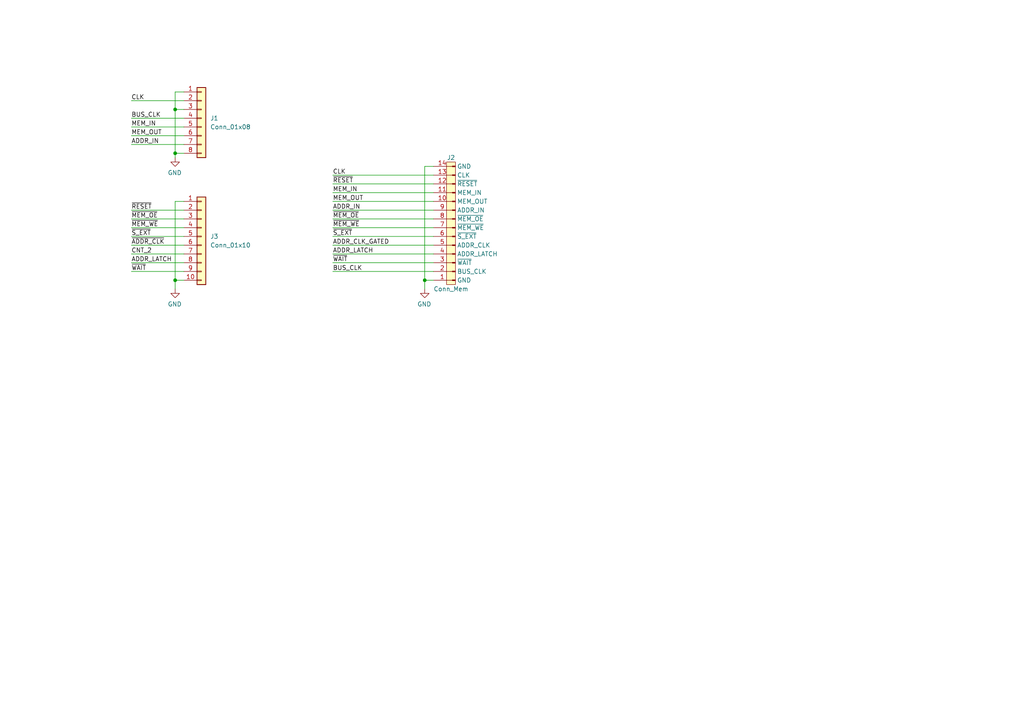
<source format=kicad_sch>
(kicad_sch (version 20211123) (generator eeschema)
  (paper "A4")
  (lib_symbols
    (symbol "Connector_Generic:Conn_01x08" (pin_names (offset 1.016) hide)
      (property "Reference" "J" (at 0 10.16 0))
      (property "Value" "Conn_01x08" (at 0 -12.7 0))
      (symbol "Conn_01x08_1_1"
        (rectangle (start -1.27 -10.033) (end 0 -10.287) (stroke (width 0.1524)))
        (rectangle (start -1.27 -7.493) (end 0 -7.747) (stroke (width 0.1524)))
        (rectangle (start -1.27 -4.953) (end 0 -5.207) (stroke (width 0.1524)))
        (rectangle (start -1.27 -2.413) (end 0 -2.667) (stroke (width 0.1524)))
        (rectangle (start -1.27 0.127) (end 0 -0.127) (stroke (width 0.1524)))
        (rectangle (start -1.27 2.667) (end 0 2.413) (stroke (width 0.1524)))
        (rectangle (start -1.27 5.207) (end 0 4.953) (stroke (width 0.1524)))
        (rectangle (start -1.27 7.747) (end 0 7.493) (stroke (width 0.1524)))
        (rectangle (start -1.27 8.89) (end 1.27 -11.43) (stroke (width 0.254)) (fill (type background)))
        (pin passive line (at -5.08 7.62 0) (length 3.81) (name "Pin_1") (number "1"))
        (pin passive line (at -5.08 5.08 0) (length 3.81) (name "Pin_2") (number "2"))
        (pin passive line (at -5.08 2.54 0) (length 3.81) (name "Pin_3") (number "3"))
        (pin passive line (at -5.08 0 0) (length 3.81) (name "Pin_4") (number "4"))
        (pin passive line (at -5.08 -2.54 0) (length 3.81) (name "Pin_5") (number "5"))
        (pin passive line (at -5.08 -5.08 0) (length 3.81) (name "Pin_6") (number "6"))
        (pin passive line (at -5.08 -7.62 0) (length 3.81) (name "Pin_7") (number "7"))
        (pin passive line (at -5.08 -10.16 0) (length 3.81) (name "Pin_8") (number "8"))
      )
    )
    (symbol "Connector_Generic:Conn_01x10" (pin_names (offset 1.016) hide)
      (property "Reference" "J" (at 0 12.7 0))
      (property "Value" "Conn_01x10" (at 0 -15.24 0))
      (symbol "Conn_01x10_1_1"
        (rectangle (start -1.27 -12.573) (end 0 -12.827) (stroke (width 0.1524)))
        (rectangle (start -1.27 -10.033) (end 0 -10.287) (stroke (width 0.1524)))
        (rectangle (start -1.27 -7.493) (end 0 -7.747) (stroke (width 0.1524)))
        (rectangle (start -1.27 -4.953) (end 0 -5.207) (stroke (width 0.1524)))
        (rectangle (start -1.27 -2.413) (end 0 -2.667) (stroke (width 0.1524)))
        (rectangle (start -1.27 0.127) (end 0 -0.127) (stroke (width 0.1524)))
        (rectangle (start -1.27 2.667) (end 0 2.413) (stroke (width 0.1524)))
        (rectangle (start -1.27 5.207) (end 0 4.953) (stroke (width 0.1524)))
        (rectangle (start -1.27 7.747) (end 0 7.493) (stroke (width 0.1524)))
        (rectangle (start -1.27 10.287) (end 0 10.033) (stroke (width 0.1524)))
        (rectangle (start -1.27 11.43) (end 1.27 -13.97) (stroke (width 0.254)) (fill (type background)))
        (pin passive line (at -5.08 10.16 0) (length 3.81) (name "Pin_1") (number "1"))
        (pin passive line (at -5.08 -12.7 0) (length 3.81) (name "Pin_10") (number "10"))
        (pin passive line (at -5.08 7.62 0) (length 3.81) (name "Pin_2") (number "2"))
        (pin passive line (at -5.08 5.08 0) (length 3.81) (name "Pin_3") (number "3"))
        (pin passive line (at -5.08 2.54 0) (length 3.81) (name "Pin_4") (number "4"))
        (pin passive line (at -5.08 0 0) (length 3.81) (name "Pin_5") (number "5"))
        (pin passive line (at -5.08 -2.54 0) (length 3.81) (name "Pin_6") (number "6"))
        (pin passive line (at -5.08 -5.08 0) (length 3.81) (name "Pin_7") (number "7"))
        (pin passive line (at -5.08 -7.62 0) (length 3.81) (name "Pin_8") (number "8"))
        (pin passive line (at -5.08 -10.16 0) (length 3.81) (name "Pin_9") (number "9"))
      )
    )
    (symbol "power:GND" (power) (pin_names (offset 0))
      (property "Value" "GND" (at 0 -3.81 0))
      (symbol "GND_0_1"
        (polyline (pts (xy 0 0) (xy 0 -1.27) (xy 1.27 -1.27) (xy 0 -2.54) (xy -1.27 -1.27) (xy 0 -1.27)))
      )
      (symbol "GND_1_1"
        (pin power_in line (at 0 0 270) (length 0) hide (name "GND") (number "1"))
      )
    )
    (symbol "riscv-serial:Conn_Mem" (pin_names (offset 1.778))
      (property "Reference" "J" (at 0 17.78 0))
      (property "Value" "Conn_Mem" (at 0 -20.32 0))
      (symbol "Conn_Mem_0_1"
        (rectangle (start 0 16.51) (end 2.54 -19.05) (fill (type background)))
      )
      (symbol "Conn_Mem_1_1"
        (polyline (pts (xy 1.27 -17.78) (xy 0.8636 -17.78)) (stroke (width 0.1524)))
        (polyline (pts (xy 1.27 -15.24) (xy 0.8636 -15.24)) (stroke (width 0.1524)))
        (polyline (pts (xy 1.27 -12.7) (xy 0.8636 -12.7)) (stroke (width 0.1524)))
        (polyline (pts (xy 1.27 -10.16) (xy 0.8636 -10.16)) (stroke (width 0.1524)))
        (polyline (pts (xy 1.27 -7.62) (xy 0.8636 -7.62)) (stroke (width 0.1524)))
        (polyline (pts (xy 1.27 -5.08) (xy 0.8636 -5.08)) (stroke (width 0.1524)))
        (polyline (pts (xy 1.27 -2.54) (xy 0.8636 -2.54)) (stroke (width 0.1524)))
        (polyline (pts (xy 1.27 0) (xy 0.8636 0)) (stroke (width 0.1524)))
        (polyline (pts (xy 1.27 2.54) (xy 0.8636 2.54)) (stroke (width 0.1524)))
        (polyline (pts (xy 1.27 5.08) (xy 0.8636 5.08)) (stroke (width 0.1524)))
        (polyline (pts (xy 1.27 7.62) (xy 0.8636 7.62)) (stroke (width 0.1524)))
        (polyline (pts (xy 1.27 10.16) (xy 0.8636 10.16)) (stroke (width 0.1524)))
        (polyline (pts (xy 1.27 12.7) (xy 0.8636 12.7)) (stroke (width 0.1524)))
        (polyline (pts (xy 1.27 15.24) (xy 0.8636 15.24)) (stroke (width 0.1524)))
        (rectangle (start 0.8636 -17.653) (end 0 -17.907) (stroke (width 0.1524)) (fill (type outline)))
        (rectangle (start 0.8636 -15.113) (end 0 -15.367) (stroke (width 0.1524)) (fill (type outline)))
        (rectangle (start 0.8636 -12.573) (end 0 -12.827) (stroke (width 0.1524)) (fill (type outline)))
        (rectangle (start 0.8636 -10.033) (end 0 -10.287) (stroke (width 0.1524)) (fill (type outline)))
        (rectangle (start 0.8636 -7.493) (end 0 -7.747) (stroke (width 0.1524)) (fill (type outline)))
        (rectangle (start 0.8636 -4.953) (end 0 -5.207) (stroke (width 0.1524)) (fill (type outline)))
        (rectangle (start 0.8636 -2.413) (end 0 -2.667) (stroke (width 0.1524)) (fill (type outline)))
        (rectangle (start 0.8636 0.127) (end 0 -0.127) (stroke (width 0.1524)) (fill (type outline)))
        (rectangle (start 0.8636 2.667) (end 0 2.413) (stroke (width 0.1524)) (fill (type outline)))
        (rectangle (start 0.8636 5.207) (end 0 4.953) (stroke (width 0.1524)) (fill (type outline)))
        (rectangle (start 0.8636 7.747) (end 0 7.493) (stroke (width 0.1524)) (fill (type outline)))
        (rectangle (start 0.8636 10.287) (end 0 10.033) (stroke (width 0.1524)) (fill (type outline)))
        (rectangle (start 0.8636 12.827) (end 0 12.573) (stroke (width 0.1524)) (fill (type outline)))
        (rectangle (start 0.8636 15.367) (end 0 15.113) (stroke (width 0.1524)) (fill (type outline)))
        (pin passive line (at 6.35 -17.78 180) (length 5.08) (name "GND") (number "1"))
        (pin passive line (at 6.35 5.08 180) (length 5.08) (name "MEM_OUT") (number "10"))
        (pin passive line (at 6.35 7.62 180) (length 5.08) (name "MEM_IN") (number "11"))
        (pin passive line (at 6.35 10.16 180) (length 5.08) (name "~{RESET}") (number "12"))
        (pin passive line (at 6.35 12.7 180) (length 5.08) (name "CLK") (number "13"))
        (pin passive line (at 6.35 15.24 180) (length 5.08) (name "GND") (number "14"))
        (pin passive line (at 6.35 -15.24 180) (length 5.08) (name "BUS_CLK") (number "2"))
        (pin passive line (at 6.35 -12.7 180) (length 5.08) (name "~{WAIT}") (number "3"))
        (pin passive line (at 6.35 -10.16 180) (length 5.08) (name "ADDR_LATCH") (number "4"))
        (pin passive line (at 6.35 -7.62 180) (length 5.08) (name "ADDR_CLK") (number "5"))
        (pin passive line (at 6.35 -5.08 180) (length 5.08) (name "~{S_EXT}") (number "6"))
        (pin passive line (at 6.35 -2.54 180) (length 5.08) (name "~{MEM_WE}") (number "7"))
        (pin passive line (at 6.35 0 180) (length 5.08) (name "~{MEM_OE}") (number "8"))
        (pin passive line (at 6.35 2.54 180) (length 5.08) (name "ADDR_IN") (number "9"))
      )
    )
  )
  (junction (at 50.8 31.75))
  (junction (at 50.8 44.45))
  (junction (at 123.19 81.28))
  (junction (at 50.8 81.28))
  (wire (pts (xy 38.1 73.66) (xy 53.34 73.66)))
  (wire (pts (xy 50.8 83.82) (xy 50.8 81.28)))
  (wire (pts (xy 50.8 58.42) (xy 53.34 58.42)))
  (wire (pts (xy 96.52 76.2) (xy 125.73 76.2)))
  (wire (pts (xy 53.34 26.67) (xy 50.8 26.67)))
  (wire (pts (xy 96.52 58.42) (xy 125.73 58.42)))
  (wire (pts (xy 123.19 48.26) (xy 125.73 48.26)))
  (wire (pts (xy 38.1 36.83) (xy 53.34 36.83)))
  (wire (pts (xy 50.8 81.28) (xy 50.8 58.42)))
  (wire (pts (xy 38.1 60.96) (xy 53.34 60.96)))
  (wire (pts (xy 50.8 44.45) (xy 50.8 45.72)))
  (wire (pts (xy 50.8 81.28) (xy 53.34 81.28)))
  (wire (pts (xy 50.8 44.45) (xy 53.34 44.45)))
  (wire (pts (xy 96.52 78.74) (xy 125.73 78.74)))
  (wire (pts (xy 96.52 66.04) (xy 125.73 66.04)))
  (wire (pts (xy 125.73 81.28) (xy 123.19 81.28)))
  (wire (pts (xy 53.34 39.37) (xy 38.1 39.37)))
  (wire (pts (xy 123.19 81.28) (xy 123.19 48.26)))
  (wire (pts (xy 50.8 31.75) (xy 53.34 31.75)))
  (wire (pts (xy 53.34 29.21) (xy 38.1 29.21)))
  (wire (pts (xy 53.34 34.29) (xy 38.1 34.29)))
  (wire (pts (xy 96.52 63.5) (xy 125.73 63.5)))
  (wire (pts (xy 53.34 76.2) (xy 38.1 76.2)))
  (wire (pts (xy 50.8 31.75) (xy 50.8 44.45)))
  (wire (pts (xy 53.34 66.04) (xy 38.1 66.04)))
  (wire (pts (xy 96.52 50.8) (xy 125.73 50.8)))
  (wire (pts (xy 96.52 71.12) (xy 125.73 71.12)))
  (wire (pts (xy 53.34 41.91) (xy 38.1 41.91)))
  (wire (pts (xy 50.8 26.67) (xy 50.8 31.75)))
  (wire (pts (xy 96.52 55.88) (xy 125.73 55.88)))
  (wire (pts (xy 53.34 63.5) (xy 38.1 63.5)))
  (wire (pts (xy 53.34 78.74) (xy 38.1 78.74)))
  (wire (pts (xy 53.34 71.12) (xy 38.1 71.12)))
  (wire (pts (xy 96.52 53.34) (xy 125.73 53.34)))
  (wire (pts (xy 96.52 73.66) (xy 125.73 73.66)))
  (wire (pts (xy 96.52 60.96) (xy 125.73 60.96)))
  (wire (pts (xy 96.52 68.58) (xy 125.73 68.58)))
  (wire (pts (xy 123.19 81.28) (xy 123.19 83.82)))
  (wire (pts (xy 38.1 68.58) (xy 53.34 68.58)))
  (label "ADDR_LATCH" (at 38.1 76.2 0))
  (label "~{RESET}" (at 96.52 53.34 0))
  (label "BUS_CLK" (at 38.1 34.29 0))
  (label "MEM_IN" (at 38.1 36.83 0))
  (label "MEM_IN" (at 96.52 55.88 0))
  (label "CLK" (at 96.52 50.8 0))
  (label "ADDR_IN" (at 96.52 60.96 0))
  (label "CNT_2" (at 38.1 73.66 0))
  (label "~{MEM_OE}" (at 38.1 63.5 0))
  (label "~{WAIT}" (at 38.1 78.74 0))
  (label "CLK" (at 38.1 29.21 0))
  (label "MEM_OUT" (at 96.52 58.42 0))
  (label "~{ADDR_CLK}" (at 38.1 71.12 0))
  (label "ADDR_LATCH" (at 96.52 73.66 0))
  (label "ADDR_CLK_GATED" (at 96.52 71.12 0))
  (label "~{WAIT}" (at 96.52 76.2 0))
  (label "ADDR_IN" (at 38.1 41.91 0))
  (label "~{RESET}" (at 38.1 60.96 0))
  (label "~{S_EXT}" (at 38.1 68.58 0))
  (label "~{MEM_WE}" (at 96.52 66.04 0))
  (label "MEM_OUT" (at 38.1 39.37 0))
  (label "~{MEM_OE}" (at 96.52 63.5 0))
  (label "~{S_EXT}" (at 96.52 68.58 0))
  (label "BUS_CLK" (at 96.52 78.74 0))
  (label "~{MEM_WE}" (at 38.1 66.04 0))
  (symbol (lib_id "Connector_Generic:Conn_01x08") (at 58.42 34.29 0) (unit 1)
    (property "Reference" "J1" (at 60.96 34.2899 0) (effects (justify left)))
    (property "Value" "Conn_01x08" (at 60.96 36.8299 0) (effects (justify left)))
  )
  (symbol (lib_id "riscv-serial:Conn_Mem") (at 132.08 63.5 0) (mirror y) (unit 1)
    (property "Reference" "J2" (at 130.81 45.72 0))
    (property "Value" "Conn_Mem" (at 130.81 83.82 0))
    (property "Footprint" "Connector_IDC:IDC-Header_2x07_P2.54mm_Vertical" (effects hide))
  )
  (symbol (lib_id "power:GND") (at 50.8 83.82 0) (mirror y) (unit 1)
    (property "Reference" "#PWR02" (effects hide))
    (property "Value" "GND" (at 50.673 88.2142 0))
  )
  (symbol (lib_id "Connector_Generic:Conn_01x10") (at 58.42 68.58 0) (unit 1)
    (property "Reference" "J3" (at 60.96 68.5799 0) (effects (justify left)))
    (property "Value" "Conn_01x10" (at 60.96 71.1199 0) (effects (justify left)))
  )
  (symbol (lib_id "power:GND") (at 50.8 45.72 0) (mirror y) (unit 1)
    (property "Reference" "#PWR01" (effects hide))
    (property "Value" "GND" (at 50.673 50.1142 0))
  )
  (symbol (lib_id "power:GND") (at 123.19 83.82 0) (mirror y) (unit 1)
    (property "Reference" "#PWR03" (effects hide))
    (property "Value" "GND" (at 123.063 88.2142 0))
  )
)
</source>
